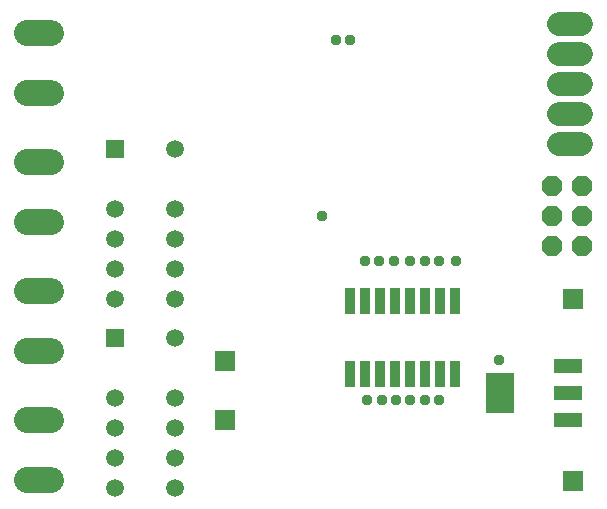
<source format=gbr>
G04 EAGLE Gerber RS-274X export*
G75*
%MOMM*%
%FSLAX34Y34*%
%LPD*%
%INSoldermask Bottom*%
%IPPOS*%
%AMOC8*
5,1,8,0,0,1.08239X$1,22.5*%
G01*
%ADD10R,1.727200X1.727200*%
%ADD11R,2.353200X1.153200*%
%ADD12R,2.353200X3.453200*%
%ADD13R,0.863600X2.235200*%
%ADD14C,2.184400*%
%ADD15C,2.003200*%
%ADD16P,1.869504X8X292.500000*%
%ADD17R,1.511200X1.511200*%
%ADD18C,1.511200*%
%ADD19C,0.959600*%


D10*
X353380Y98660D03*
X353380Y48660D03*
X647380Y150660D03*
X647380Y-3340D03*
D11*
X643680Y94120D03*
X643680Y71120D03*
X643680Y48120D03*
D12*
X585680Y71120D03*
D13*
X458470Y149098D03*
X458470Y87630D03*
X471170Y149098D03*
X483870Y149098D03*
X471170Y87630D03*
X483870Y87630D03*
X496570Y149098D03*
X496570Y87630D03*
X509270Y149098D03*
X509270Y87630D03*
X521970Y149098D03*
X534670Y149098D03*
X521970Y87630D03*
X534670Y87630D03*
X547370Y149098D03*
X547370Y87630D03*
D14*
X205486Y375666D02*
X185674Y375666D01*
X185674Y325628D02*
X205486Y325628D01*
X205486Y266446D02*
X185674Y266446D01*
X185674Y216408D02*
X205486Y216408D01*
X205486Y157226D02*
X185674Y157226D01*
X185674Y107188D02*
X205486Y107188D01*
X205486Y48006D02*
X185674Y48006D01*
X185674Y-2032D02*
X205486Y-2032D01*
D15*
X636160Y383540D02*
X654160Y383540D01*
X654160Y358140D02*
X636160Y358140D01*
X636160Y332740D02*
X654160Y332740D01*
X654160Y307340D02*
X636160Y307340D01*
X636160Y281940D02*
X654160Y281940D01*
D16*
X629920Y246380D03*
X655320Y246380D03*
X629920Y220980D03*
X655320Y220980D03*
X629920Y195580D03*
X655320Y195580D03*
D17*
X260080Y277860D03*
D18*
X310880Y277860D03*
X260080Y201660D03*
X260080Y150860D03*
X310880Y227060D03*
X310880Y176260D03*
X310880Y201660D03*
X260080Y227060D03*
X260080Y176260D03*
X310880Y150860D03*
D17*
X260080Y117840D03*
D18*
X310880Y117840D03*
X260080Y41640D03*
X260080Y-9160D03*
X310880Y67040D03*
X310880Y16240D03*
X310880Y41640D03*
X260080Y67040D03*
X260080Y16240D03*
X310880Y-9160D03*
D19*
X548640Y182880D03*
X585216Y99568D03*
X434848Y221488D03*
X447040Y369824D03*
X459232Y369824D03*
X534416Y65024D03*
X510032Y65024D03*
X471424Y182880D03*
X483616Y182880D03*
X495808Y182880D03*
X510032Y182880D03*
X522224Y182880D03*
X534416Y182880D03*
X522224Y65024D03*
X473456Y65024D03*
X485648Y65024D03*
X497840Y65024D03*
M02*

</source>
